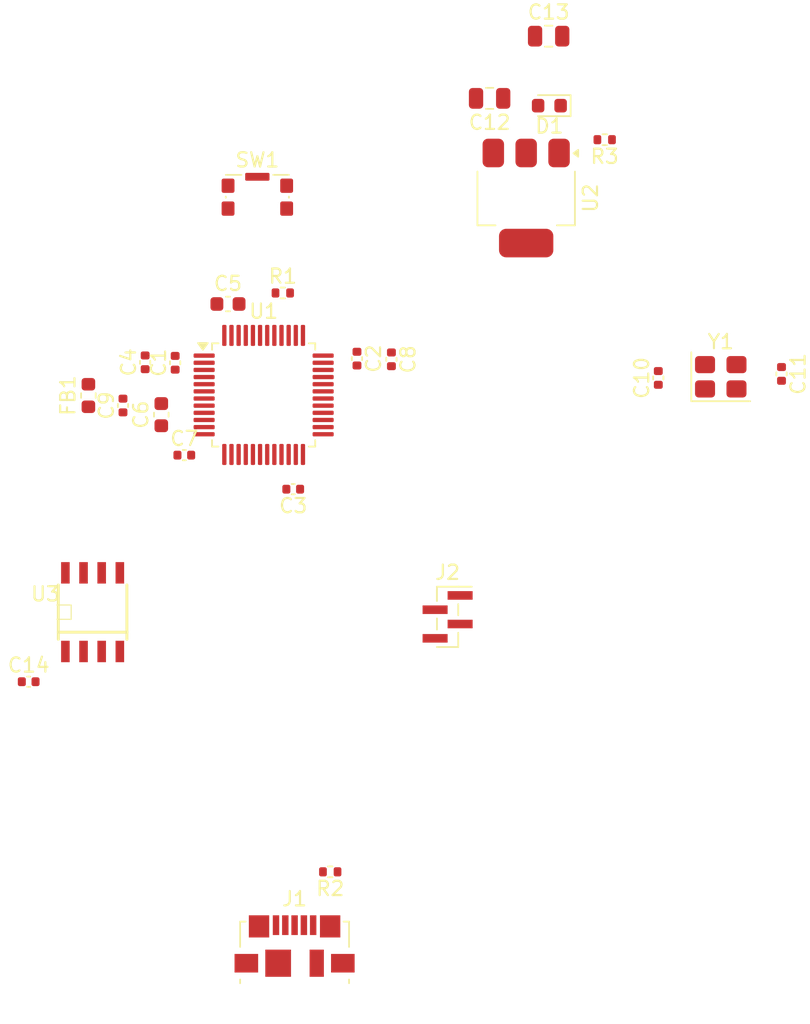
<source format=kicad_pcb>
(kicad_pcb (version 20241229) (generator "pcbnew") (generator_version "9.0")
  (layers (0 "F.Cu" signal) (2 "B.Cu" signal) (13 "F.Paste" user) (15 "B.Paste" user) (5 "F.SilkS" user "F.Silkscreen") (7 "B.SilkS" user "B.Silkscreen") (1 "F.Mask" user) (3 "B.Mask" user) (25 "Edge.Cuts" user))
  (net 0 "")
  (net 1 "GND")
  (net 2 "+3V3")
  (net 3 "+3.3VA")
  (net 4 "/NRST")
  (net 5 "/HSE_IN")
  (net 6 "/HSE_OUT")
  (net 7 "VBUS")
  (net 8 "/PWR_LED")
  (net 13 "/USB_D+")
  (net 17 "/USB_D-")
  (net 18 "/SWCLK")
  (net 19 "/SWDIO")
  (net 20 "/BOOT")
  (net 21 "Net-(SW1-B)")
  (net 22 "/PGO_CTRL")
  (net 25 "/SDA")
  (net 27 "/S_OUT")
  (net 32 "/SCL")
  (net 52 "/DIR_CTRL")
  (footprint "Capacitor_SMD:C_0805_2012Metric" (layer "F.Cu") (at 134.84 59.87 180)
    (property "Reference" "C12" (at 0 -1.68 0) (layer "F.SilkS"))
    (property "Value" "22u")
    (fp_line (start -0.261252 0.735) (end 0.261252 0.735) (stroke (width 0.12)) (layer "F.SilkS"))
    (fp_line (start -0.261252 -0.735) (end 0.261252 -0.735) (stroke (width 0.12)) (layer "F.SilkS"))
    (pad "1" smd roundrect (at -0.95 0 180) (size 1 1.45) (layers "F.Cu" "F.Mask" "F.Paste") (net 7 "VBUS"))
    (pad "2" smd roundrect (at 0.95 0 180) (size 1 1.45) (layers "F.Cu" "F.Mask" "F.Paste") (net 1 "GND"))
  )
  (footprint "Crystal:Crystal_SMD_3225-4Pin_3.2x2.5mm" (layer "F.Cu") (at 151.01 79.34)
    (property "Reference" "Y1" (at 0 -2.45 0) (layer "F.SilkS"))
    (property "Value" "Crystal_GND24")
    (fp_line (start -2.06 -1.71) (end -2.06 1.71) (stroke (width 0.12)) (layer "F.SilkS"))
    (fp_line (start -2.06 1.71) (end 2.06 1.71) (stroke (width 0.12)) (layer "F.SilkS"))
    (pad "1" smd roundrect (at -1.1 0.85) (size 1.4 1.2) (layers "F.Cu" "F.Mask" "F.Paste") (roundrect_rratio 0.208333) (net 5 "/HSE_IN"))
    (pad "2" smd roundrect (at 1.1 0.85) (size 1.4 1.2) (layers "F.Cu" "F.Mask" "F.Paste") (roundrect_rratio 0.208333) (net 1 "GND"))
    (pad "3" smd roundrect (at 1.1 -0.85) (size 1.4 1.2) (layers "F.Cu" "F.Mask" "F.Paste") (roundrect_rratio 0.208333) (net 6 "/HSE_OUT"))
    (pad "4" smd roundrect (at -1.1 -0.85) (size 1.4 1.2) (layers "F.Cu" "F.Mask" "F.Paste") (roundrect_rratio 0.208333) (net 1 "GND"))
  )
  (footprint "Resistor_SMD:R_0402_1005Metric" (layer "F.Cu") (at 142.89 62.76 180)
    (property "Reference" "R3" (at 0 -1.17 0) (layer "F.SilkS"))
    (property "Value" "1k5")
    (fp_line (start -0.153641 0.38) (end 0.153641 0.38) (stroke (width 0.12)) (layer "F.SilkS"))
    (fp_line (start -0.153641 -0.38) (end 0.153641 -0.38) (stroke (width 0.12)) (layer "F.SilkS"))
    (pad "1" smd roundrect (at -0.51 0 180) (size 0.54 0.64) (layers "F.Cu" "F.Mask" "F.Paste") (net 8 "/PWR_LED"))
    (pad "2" smd roundrect (at 0.51 0 180) (size 0.54 0.64) (layers "F.Cu" "F.Mask" "F.Paste") (net 1 "GND"))
  )
  (footprint "Capacitor_SMD:C_0402_1005Metric" (layer "F.Cu") (at 121.1 87.2 180)
    (property "Reference" "C3" (at 0 -1.16 0) (layer "F.SilkS"))
    (property "Value" "100n")
    (fp_line (start -0.107836 0.36) (end 0.107836 0.36) (stroke (width 0.12)) (layer "F.SilkS"))
    (fp_line (start -0.107836 -0.36) (end 0.107836 -0.36) (stroke (width 0.12)) (layer "F.SilkS"))
    (pad "1" smd roundrect (at -0.48 0 180) (size 0.56 0.62) (layers "F.Cu" "F.Mask" "F.Paste") (net 2 "+3V3"))
    (pad "2" smd roundrect (at 0.48 0 180) (size 0.56 0.62) (layers "F.Cu" "F.Mask" "F.Paste") (net 1 "GND"))
  )
  (footprint "Capacitor_SMD:C_0402_1005Metric" (layer "F.Cu") (at 112.84 78.36 90)
    (property "Reference" "C1" (at 0 -1.16 90) (layer "F.SilkS"))
    (property "Value" "100n")
    (fp_line (start -0.107836 -0.36) (end 0.107836 -0.36) (stroke (width 0.12)) (layer "F.SilkS"))
    (fp_line (start -0.107836 0.36) (end 0.107836 0.36) (stroke (width 0.12)) (layer "F.SilkS"))
    (pad "1" smd roundrect (at -0.48 0 90) (size 0.56 0.62) (layers "F.Cu" "F.Mask" "F.Paste") (net 2 "+3V3"))
    (pad "2" smd roundrect (at 0.48 0 90) (size 0.56 0.62) (layers "F.Cu" "F.Mask" "F.Paste") (net 1 "GND"))
  )
  (footprint "Capacitor_SMD:C_0402_1005Metric" (layer "F.Cu") (at 109.19 81.35 90)
    (property "Reference" "C9" (at 0 -1.16 90) (layer "F.SilkS"))
    (property "Value" "100n")
    (fp_line (start -0.107836 -0.36) (end 0.107836 -0.36) (stroke (width 0.12)) (layer "F.SilkS"))
    (fp_line (start -0.107836 0.36) (end 0.107836 0.36) (stroke (width 0.12)) (layer "F.SilkS"))
    (pad "1" smd roundrect (at -0.48 0 90) (size 0.56 0.62) (layers "F.Cu" "F.Mask" "F.Paste") (net 4 "/NRST"))
    (pad "2" smd roundrect (at 0.48 0 90) (size 0.56 0.62) (layers "F.Cu" "F.Mask" "F.Paste") (net 1 "GND"))
  )
  (footprint "Resistor_SMD:R_0402_1005Metric" (layer "F.Cu") (at 123.69 113.96 180)
    (property "Reference" "R2" (at 0 -1.17 0) (layer "F.SilkS"))
    (property "Value" "1k5")
    (fp_line (start -0.153641 0.38) (end 0.153641 0.38) (stroke (width 0.12)) (layer "F.SilkS"))
    (fp_line (start -0.153641 -0.38) (end 0.153641 -0.38) (stroke (width 0.12)) (layer "F.SilkS"))
    (pad "1" smd roundrect (at -0.51 0 180) (size 0.54 0.64) (layers "F.Cu" "F.Mask" "F.Paste") (net 2 "+3V3"))
    (pad "2" smd roundrect (at 0.51 0 180) (size 0.54 0.64) (layers "F.Cu" "F.Mask" "F.Paste") (net 13 "/USB_D+"))
  )
  (footprint "Capacitor_SMD:C_0603_1608Metric" (layer "F.Cu") (at 116.535 74.25)
    (property "Reference" "C5" (at 0 -1.43 0) (layer "F.SilkS"))
    (property "Value" "10u")
    (fp_line (start -0.14058 -0.51) (end 0.14058 -0.51) (stroke (width 0.12)) (layer "F.SilkS"))
    (fp_line (start -0.14058 0.51) (end 0.14058 0.51) (stroke (width 0.12)) (layer "F.SilkS"))
    (pad "1" smd roundrect (at -0.775 0) (size 0.9 0.95) (layers "F.Cu" "F.Mask" "F.Paste") (net 2 "+3V3"))
    (pad "2" smd roundrect (at 0.775 0) (size 0.9 0.95) (layers "F.Cu" "F.Mask" "F.Paste") (net 1 "GND"))
  )
  (footprint "Capacitor_SMD:C_0402_1005Metric" (layer "F.Cu") (at 127.97 78.12 -90)
    (property "Reference" "C8" (at 0 -1.16 90) (layer "F.SilkS"))
    (property "Value" "1u")
    (fp_line (start -0.107836 0.36) (end 0.107836 0.36) (stroke (width 0.12)) (layer "F.SilkS"))
    (fp_line (start -0.107836 -0.36) (end 0.107836 -0.36) (stroke (width 0.12)) (layer "F.SilkS"))
    (pad "1" smd roundrect (at -0.48 0 270) (size 0.56 0.62) (layers "F.Cu" "F.Mask" "F.Paste") (net 2 "+3V3"))
    (pad "2" smd roundrect (at 0.48 0 270) (size 0.56 0.62) (layers "F.Cu" "F.Mask" "F.Paste") (net 1 "GND"))
  )
  (footprint "Capacitor_SMD:C_0402_1005Metric" (layer "F.Cu") (at 146.64 79.42 90)
    (property "Reference" "C10" (at 0 -1.16 90) (layer "F.SilkS"))
    (property "Value" "10p")
    (fp_line (start -0.107836 -0.36) (end 0.107836 -0.36) (stroke (width 0.12)) (layer "F.SilkS"))
    (fp_line (start -0.107836 0.36) (end 0.107836 0.36) (stroke (width 0.12)) (layer "F.SilkS"))
    (pad "1" smd roundrect (at -0.48 0 90) (size 0.56 0.62) (layers "F.Cu" "F.Mask" "F.Paste") (net 5 "/HSE_IN"))
    (pad "2" smd roundrect (at 0.48 0 90) (size 0.56 0.62) (layers "F.Cu" "F.Mask" "F.Paste") (net 1 "GND"))
  )
  (footprint "Package_TO_SOT_SMD:SOT-223-3_TabPin2" (layer "F.Cu") (at 137.3975 66.84 -90)
    (property "Reference" "U2" (at 0 -4.5 90) (layer "F.SilkS"))
    (property "Value" "AMS1117-3.3")
    (fp_line (start -1.85 3.41) (end 1.91 3.41) (stroke (width 0.12)) (layer "F.SilkS"))
    (fp_line (start 1.91 3.41) (end 1.91 2.15) (stroke (width 0.12)) (layer "F.SilkS"))
    (fp_line (start -1.85 -3.41) (end 1.91 -3.41) (stroke (width 0.12)) (layer "F.SilkS"))
    (fp_line (start 1.91 -3.41) (end 1.91 -2.15) (stroke (width 0.12)) (layer "F.SilkS"))
    (fp_poly (pts (xy -3.13 -3.31) (xy -3.37 -3.64) (xy -2.89 -3.64) (xy -3.13 -3.31)) (stroke (width 0.12)) (fill yes) (layer "F.SilkS"))
    (pad "1" smd roundrect (at -3.15 -2.3 270) (size 2 1.5) (layers "F.Cu" "F.Mask" "F.Paste") (net 1 "GND"))
    (pad "2" smd roundrect (at -3.15 0 270) (size 2 1.5) (layers "F.Cu" "F.Mask" "F.Paste") (net 2 "+3V3"))
    (pad "2" smd roundrect (at 3.15 0 270) (size 2 3.8) (layers "F.Cu" "F.Mask" "F.Paste") (net 2 "+3V3"))
    (pad "3" smd roundrect (at -3.15 2.3 270) (size 2 1.5) (layers "F.Cu" "F.Mask" "F.Paste") (net 7 "VBUS"))
  )
  (footprint "Capacitor_SMD:C_0402_1005Metric" (layer "F.Cu") (at 155.26 79.14 -90)
    (property "Reference" "C11" (at 0 -1.16 90) (layer "F.SilkS"))
    (property "Value" "10p")
    (fp_line (start -0.107836 0.36) (end 0.107836 0.36) (stroke (width 0.12)) (layer "F.SilkS"))
    (fp_line (start -0.107836 -0.36) (end 0.107836 -0.36) (stroke (width 0.12)) (layer "F.SilkS"))
    (pad "1" smd roundrect (at -0.48 0 270) (size 0.56 0.62) (layers "F.Cu" "F.Mask" "F.Paste") (net 6 "/HSE_OUT"))
    (pad "2" smd roundrect (at 0.48 0 270) (size 0.56 0.62) (layers "F.Cu" "F.Mask" "F.Paste") (net 1 "GND"))
  )
  (footprint "Inductor_SMD:L_0603_1608Metric" (layer "F.Cu") (at 106.77 80.65 90)
    (property "Reference" "FB1" (at 0 -1.43 90) (layer "F.SilkS"))
    (property "Value" "FerriteBead")
    (fp_line (start -0.162779 -0.51) (end 0.162779 -0.51) (stroke (width 0.12)) (layer "F.SilkS"))
    (fp_line (start -0.162779 0.51) (end 0.162779 0.51) (stroke (width 0.12)) (layer "F.SilkS"))
    (pad "1" smd roundrect (at -0.7875 0 90) (size 0.875 0.95) (layers "F.Cu" "F.Mask" "F.Paste") (net 3 "+3.3VA"))
    (pad "2" smd roundrect (at 0.7875 0 90) (size 0.875 0.95) (layers "F.Cu" "F.Mask" "F.Paste") (net 2 "+3V3"))
  )
  (footprint "Capacitor_SMD:C_0402_1005Metric" (layer "F.Cu") (at 113.48 84.82)
    (property "Reference" "C7" (at 0 -1.16 0) (layer "F.SilkS"))
    (property "Value" "1u")
    (fp_line (start -0.107836 -0.36) (end 0.107836 -0.36) (stroke (width 0.12)) (layer "F.SilkS"))
    (fp_line (start -0.107836 0.36) (end 0.107836 0.36) (stroke (width 0.12)) (layer "F.SilkS"))
    (pad "1" smd roundrect (at -0.48 0) (size 0.56 0.62) (layers "F.Cu" "F.Mask" "F.Paste") (net 3 "+3.3VA"))
    (pad "2" smd roundrect (at 0.48 0) (size 0.56 0.62) (layers "F.Cu" "F.Mask" "F.Paste") (net 1 "GND"))
  )
  (footprint "Button_Switch_SMD:SW_SPST_CK_KMS2xxGP" (layer "F.Cu") (at 118.59 66.78)
    (property "Reference" "SW1" (at 0 -2.6 0) (layer "F.SilkS"))
    (property "Value" "SW_SPDT")
    (fp_line (start -2.21 -1.56) (end -1.11 -1.56) (stroke (width 0.12)) (layer "F.SilkS"))
    (fp_line (start -2.21 -0.04) (end -2.21 0.04) (stroke (width 0.12)) (layer "F.SilkS"))
    (fp_line (start 1.11 -1.56) (end 2.21 -1.56) (stroke (width 0.12)) (layer "F.SilkS"))
    (fp_line (start 2.21 -0.04) (end 2.21 0.04) (stroke (width 0.12)) (layer "F.SilkS"))
    (pad "" np_thru_hole circle (at -0.975 0.75) (size 0.9 0.9) (drill 0.9) (layers "*.Cu" "*.Mask"))
    (pad "" np_thru_hole circle (at 0.975 0.75) (size 0.9 0.9) (drill 0.9) (layers "*.Cu" "*.Mask"))
    (pad "1" smd roundrect (at -2.05 -0.8) (size 0.9 1) (layers "F.Cu" "F.Mask" "F.Paste") (roundrect_rratio 0.15) (net 1 "GND"))
    (pad "1" smd roundrect (at 2.05 -0.8) (size 0.9 1) (layers "F.Cu" "F.Mask" "F.Paste") (roundrect_rratio 0.15) (net 1 "GND"))
    (pad "2" smd roundrect (at -2.05 0.8) (size 0.9 1) (layers "F.Cu" "F.Mask" "F.Paste") (roundrect_rratio 0.15) (net 21 "Net-(SW1-B)"))
    (pad "2" smd roundrect (at 2.05 0.8) (size 0.9 1) (layers "F.Cu" "F.Mask" "F.Paste") (roundrect_rratio 0.15) (net 21 "Net-(SW1-B)"))
    (pad "SH" smd roundrect (at 0 -1.425) (size 1.7 0.55) (layers "F.Cu" "F.Mask" "F.Paste") (roundrect_rratio 0.15))
  )
  (footprint "Resistor_SMD:R_0402_1005Metric" (layer "F.Cu") (at 120.37 73.48)
    (property "Reference" "R1" (at 0 -1.17 0) (layer "F.SilkS"))
    (property "Value" "10k")
    (fp_line (start -0.153641 -0.38) (end 0.153641 -0.38) (stroke (width 0.12)) (layer "F.SilkS"))
    (fp_line (start -0.153641 0.38) (end 0.153641 0.38) (stroke (width 0.12)) (layer "F.SilkS"))
    (pad "1" smd roundrect (at -0.51 0) (size 0.54 0.64) (layers "F.Cu" "F.Mask" "F.Paste") (net 21 "Net-(SW1-B)"))
    (pad "2" smd roundrect (at 0.51 0) (size 0.54 0.64) (layers "F.Cu" "F.Mask" "F.Paste") (net 20 "/BOOT"))
  )
  (footprint "Connector_PinHeader_1.00mm:PinHeader_1x04_P1.00mm_Vertical_SMD_Pin1Right" (layer "F.Cu") (at 131.9 96.13)
    (property "Reference" "J2" (at 0 -3.11 0) (layer "F.SilkS"))
    (property "Value" "Conn_01x04_Pin")
    (fp_line (start -0.745 -2.11) (end -0.745 -1.11) (stroke (width 0.12)) (layer "F.SilkS"))
    (fp_line (start -0.745 -2.11) (end 0.745 -2.11) (stroke (width 0.12)) (layer "F.SilkS"))
    (fp_line (start -0.745 -1.89) (end -0.745 -1.11) (stroke (width 0.12)) (layer "F.SilkS"))
    (fp_line (start -0.745 0.11) (end -0.745 0.89) (stroke (width 0.12)) (layer "F.SilkS"))
    (fp_line (start -0.745 2.11) (end -0.745 2.11) (stroke (width 0.12)) (layer "F.SilkS"))
    (fp_line (start -0.745 2.11) (end 0.745 2.11) (stroke (width 0.12)) (layer "F.SilkS"))
    (fp_line (start 0.745 -2.11) (end 0.745 -2.11) (stroke (width 0.12)) (layer "F.SilkS"))
    (fp_line (start 0.745 -2.11) (end 1.69 -2.11) (stroke (width 0.12)) (layer "F.SilkS"))
    (fp_line (start 0.745 -0.89) (end 0.745 -0.11) (stroke (width 0.12)) (layer "F.SilkS"))
    (fp_line (start 0.745 1.11) (end 0.745 2.11) (stroke (width 0.12)) (layer "F.SilkS"))
    (pad "1" smd rect (at 0.875 -1.5) (size 1.75 0.6) (layers "F.Cu" "F.Mask" "F.Paste") (net 1 "GND"))
    (pad "2" smd rect (at -0.875 -0.5) (size 1.75 0.6) (layers "F.Cu" "F.Mask" "F.Paste") (net 18 "/SWCLK"))
    (pad "3" smd rect (at 0.875 0.5) (size 1.75 0.6) (layers "F.Cu" "F.Mask" "F.Paste") (net 19 "/SWDIO"))
    (pad "4" smd rect (at -0.875 1.5) (size 1.75 0.6) (layers "F.Cu" "F.Mask" "F.Paste") (net 2 "+3V3"))
  )
  (footprint "Capacitor_SMD:C_0402_1005Metric" (layer "F.Cu") (at 110.74 78.33 90)
    (property "Reference" "C4" (at 0 -1.16 90) (layer "F.SilkS"))
    (property "Value" "100n")
    (fp_line (start -0.107836 -0.36) (end 0.107836 -0.36) (stroke (width 0.12)) (layer "F.SilkS"))
    (fp_line (start -0.107836 0.36) (end 0.107836 0.36) (stroke (width 0.12)) (layer "F.SilkS"))
    (pad "1" smd roundrect (at -0.48 0 90) (size 0.56 0.62) (layers "F.Cu" "F.Mask" "F.Paste") (net 2 "+3V3"))
    (pad "2" smd roundrect (at 0.48 0 90) (size 0.56 0.62) (layers "F.Cu" "F.Mask" "F.Paste") (net 1 "GND"))
  )
  (footprint "Package_QFP:LQFP-48_7x7mm_P0.5mm" (layer "F.Cu") (at 119.03 80.61)
    (property "Reference" "U1" (at 0 -5.85 0) (layer "F.SilkS"))
    (property "Value" "STM32F103C8Tx")
    (fp_line (start -3.61 -3.61) (end -3.16 -3.61) (stroke (width 0.12)) (layer "F.SilkS"))
    (fp_line (start -3.61 -3.16) (end -3.61 -3.61) (stroke (width 0.12)) (layer "F.SilkS"))
    (fp_line (start -3.61 3.61) (end -3.61 3.16) (stroke (width 0.12)) (layer "F.SilkS"))
    (fp_line (start -3.16 3.61) (end -3.61 3.61) (stroke (width 0.12)) (layer "F.SilkS"))
    (fp_line (start 3.16 -3.61) (end 3.61 -3.61) (stroke (width 0.12)) (layer "F.SilkS"))
    (fp_line (start 3.61 -3.61) (end 3.61 -3.16) (stroke (width 0.12)) (layer "F.SilkS"))
    (fp_line (start 3.61 3.16) (end 3.61 3.61) (stroke (width 0.12)) (layer "F.SilkS"))
    (fp_line (start 3.61 3.61) (end 3.16 3.61) (stroke (width 0.12)) (layer "F.SilkS"))
    (fp_poly (pts (xy -4.25 -3.16) (xy -4.59 -3.63) (xy -3.91 -3.63)) (stroke (width 0.12)) (fill yes) (layer "F.SilkS"))
    (pad "1" smd roundrect (at -4.1625 -2.75) (size 1.475 0.3) (layers "F.Cu" "F.Mask" "F.Paste") (net 2 "+3V3"))
    (pad "2" smd roundrect (at -4.1625 -2.25) (size 1.475 0.3) (layers "F.Cu" "F.Mask" "F.Paste"))
    (pad "3" smd roundrect (at -4.1625 -1.75) (size 1.475 0.3) (layers "F.Cu" "F.Mask" "F.Paste"))
    (pad "4" smd roundrect (at -4.1625 -1.25) (size 1.475 0.3) (layers "F.Cu" "F.Mask" "F.Paste"))
    (pad "5" smd roundrect (at -4.1625 -0.75) (size 1.475 0.3) (layers "F.Cu" "F.Mask" "F.Paste") (net 5 "/HSE_IN"))
    (pad "6" smd roundrect (at -4.1625 -0.25) (size 1.475 0.3) (layers "F.Cu" "F.Mask" "F.Paste") (net 6 "/HSE_OUT"))
    (pad "7" smd roundrect (at -4.1625 0.25) (size 1.475 0.3) (layers "F.Cu" "F.Mask" "F.Paste") (net 4 "/NRST"))
    (pad "8" smd roundrect (at -4.1625 0.75) (size 1.475 0.3) (layers "F.Cu" "F.Mask" "F.Paste") (net 1 "GND"))
    (pad "9" smd roundrect (at -4.1625 1.25) (size 1.475 0.3) (layers "F.Cu" "F.Mask" "F.Paste") (net 3 "+3.3VA"))
    (pad "10" smd roundrect (at -4.1625 1.75) (size 1.475 0.3) (layers "F.Cu" "F.Mask" "F.Paste"))
    (pad "11" smd roundrect (at -4.1625 2.25) (size 1.475 0.3) (layers "F.Cu" "F.Mask" "F.Paste"))
    (pad "12" smd roundrect (at -4.1625 2.75) (size 1.475 0.3) (layers "F.Cu" "F.Mask" "F.Paste") (net 27 "/S_OUT"))
    (pad "13" smd roundrect (at -2.75 4.1625) (size 0.3 1.475) (layers "F.Cu" "F.Mask" "F.Paste") (net 52 "/DIR_CTRL"))
    (pad "14" smd roundrect (at -2.25 4.1625) (size 0.3 1.475) (layers "F.Cu" "F.Mask" "F.Paste") (net 22 "/PGO_CTRL"))
    (pad "15" smd roundrect (at -1.75 4.1625) (size 0.3 1.475) (layers "F.Cu" "F.Mask" "F.Paste"))
    (pad "16" smd roundrect (at -1.25 4.1625) (size 0.3 1.475) (layers "F.Cu" "F.Mask" "F.Paste"))
    (pad "17" smd roundrect (at -0.75 4.1625) (size 0.3 1.475) (layers "F.Cu" "F.Mask" "F.Paste"))
    (pad "18" smd roundrect (at -0.25 4.1625) (size 0.3 1.475) (layers "F.Cu" "F.Mask" "F.Paste"))
    (pad "19" smd roundrect (at 0.25 4.1625) (size 0.3 1.475) (layers "F.Cu" "F.Mask" "F.Paste"))
    (pad "20" smd roundrect (at 0.75 4.1625) (size 0.3 1.475) (layers "F.Cu" "F.Mask" "F.Paste"))
    (pad "21" smd roundrect (at 1.25 4.1625) (size 0.3 1.475) (layers "F.Cu" "F.Mask" "F.Paste") (net 25 "/SDA"))
    (pad "22" smd roundrect (at 1.75 4.1625) (size 0.3 1.475) (layers "F.Cu" "F.Mask" "F.Paste") (net 32 "/SCL"))
    (pad "23" smd roundrect (at 2.25 4.1625) (size 0.3 1.475) (layers "F.Cu" "F.Mask" "F.Paste") (net 1 "GND"))
    (pad "24" smd roundrect (at 2.75 4.1625) (size 0.3 1.475) (layers "F.Cu" "F.Mask" "F.Paste") (net 2 "+3V3"))
    (pad "25" smd roundrect (at 4.1625 2.75) (size 1.475 0.3) (layers "F.Cu" "F.Mask" "F.Paste"))
    (pad "26" smd roundrect (at 4.1625 2.25) (size 1.475 0.3) (layers "F.Cu" "F.Mask" "F.Paste"))
    (pad "27" smd roundrect (at 4.1625 1.75) (size 1.475 0.3) (layers "F.Cu" "F.Mask" "F.Paste"))
    (pad "28" smd roundrect (at 4.1625 1.25) (size 1.475 0.3) (layers "F.Cu" "F.Mask" "F.Paste"))
    (pad "29" smd roundrect (at 4.1625 0.75) (size 1.475 0.3) (layers "F.Cu" "F.Mask" "F.Paste"))
    (pad "30" smd roundrect (at 4.1625 0.25) (size 1.475 0.3) (layers "F.Cu" "F.Mask" "F.Paste"))
    (pad "31" smd roundrect (at 4.1625 -0.25) (size 1.475 0.3) (layers "F.Cu" "F.Mask" "F.Paste"))
    (pad "32" smd roundrect (at 4.1625 -0.75) (size 1.475 0.3) (layers "F.Cu" "F.Mask" "F.Paste") (net 17 "/USB_D-"))
    (pad "33" smd roundrect (at 4.1625 -1.25) (size 1.475 0.3) (layers "F.Cu" "F.Mask" "F.Paste") (net 13 "/USB_D+"))
    (pad "34" smd roundrect (at 4.1625 -1.75) (size 1.475 0.3) (layers "F.Cu" "F.Mask" "F.Paste") (net 19 "/SWDIO"))
    (pad "35" smd roundrect (at 4.1625 -2.25) (size 1.475 0.3) (layers "F.Cu" "F.Mask" "F.Paste") (net 1 "GND"))
    (pad "36" smd roundrect (at 4.1625 -2.75) (size 1.475 0.3) (layers "F.Cu" "F.Mask" "F.Paste") (net 2 "+3V3"))
    (pad "37" smd roundrect (at 2.75 -4.1625) (size 0.3 1.475) (layers "F.Cu" "F.Mask" "F.Paste") (net 18 "/SWCLK"))
    (pad "38" smd roundrect (at 2.25 -4.1625) (size 0.3 1.475) (layers "F.Cu" "F.Mask" "F.Paste"))
    (pad "39" smd roundrect (at 1.75 -4.1625) (size 0.3 1.475) (layers "F.Cu" "F.Mask" "F.Paste"))
    (pad "40" smd roundrect (at 1.25 -4.1625) (size 0.3 1.475) (layers "F.Cu" "F.Mask" "F.Paste"))
    (pad "41" smd roundrect (at 0.75 -4.1625) (size 0.3 1.475) (layers "F.Cu" "F.Mask" "F.Paste"))
    (pad "42" smd roundrect (at 0.25 -4.1625) (size 0.3 1.475) (layers "F.Cu" "F.Mask" "F.Paste"))
    (pad "43" smd roundrect (at -0.25 -4.1625) (size 0.3 1.475) (layers "F.Cu" "F.Mask" "F.Paste"))
    (pad "44" smd roundrect (at -0.75 -4.1625) (size 0.3 1.475) (layers "F.Cu" "F.Mask" "F.Paste") (net 20 "/BOOT"))
    (pad "45" smd roundrect (at -1.25 -4.1625) (size 0.3 1.475) (layers "F.Cu" "F.Mask" "F.Paste"))
    (pad "46" smd roundrect (at -1.75 -4.1625) (size 0.3 1.475) (layers "F.Cu" "F.Mask" "F.Paste"))
    (pad "47" smd roundrect (at -2.25 -4.1625) (size 0.3 1.475) (layers "F.Cu" "F.Mask" "F.Paste") (net 1 "GND"))
    (pad "48" smd roundrect (at -2.75 -4.1625) (size 0.3 1.475) (layers "F.Cu" "F.Mask" "F.Paste") (net 2 "+3V3"))
  )
  (footprint "Capacitor_SMD:C_0402_1005Metric" (layer "F.Cu") (at 125.56 78.07 -90)
    (property "Reference" "C2" (at 0 -1.16 90) (layer "F.SilkS"))
    (property "Value" "100n")
    (fp_line (start -0.107836 0.36) (end 0.107836 0.36) (stroke (width 0.12)) (layer "F.SilkS"))
    (fp_line (start -0.107836 -0.36) (end 0.107836 -0.36) (stroke (width 0.12)) (layer "F.SilkS"))
    (pad "1" smd roundrect (at -0.48 0 270) (size 0.56 0.62) (layers "F.Cu" "F.Mask" "F.Paste") (net 2 "+3V3"))
    (pad "2" smd roundrect (at 0.48 0 270) (size 0.56 0.62) (layers "F.Cu" "F.Mask" "F.Paste") (net 1 "GND"))
  )
  (footprint "Capacitor_SMD:C_0402_1005Metric" (layer "F.Cu") (at 102.5919 100.665)
    (property "Reference" "C14" (at 0 -1.16 0) (layer "F.SilkS"))
    (property "Value" "100n")
    (fp_line (start -0.107836 -0.36) (end 0.107836 -0.36) (stroke (width 0.12)) (layer "F.SilkS"))
    (fp_line (start -0.107836 0.36) (end 0.107836 0.36) (stroke (width 0.12)) (layer "F.SilkS"))
    (pad "1" smd roundrect (at -0.48 0) (size 0.56 0.62) (layers "F.Cu" "F.Mask" "F.Paste") (net 2 "+3V3"))
    (pad "2" smd roundrect (at 0.48 0) (size 0.56 0.62) (layers "F.Cu" "F.Mask" "F.Paste") (net 1 "GND"))
  )
  (footprint "Capacitor_SMD:C_0603_1608Metric" (layer "F.Cu") (at 111.87 81.99 90)
    (property "Reference" "C6" (at 0 -1.43 90) (layer "F.SilkS"))
    (property "Value" "10u")
    (fp_line (start -0.14058 -0.51) (end 0.14058 -0.51) (stroke (width 0.12)) (layer "F.SilkS"))
    (fp_line (start -0.14058 0.51) (end 0.14058 0.51) (stroke (width 0.12)) (layer "F.SilkS"))
    (pad "1" smd roundrect (at -0.775 0 90) (size 0.9 0.95) (layers "F.Cu" "F.Mask" "F.Paste") (net 3 "+3.3VA"))
    (pad "2" smd roundrect (at 0.775 0 90) (size 0.9 0.95) (layers "F.Cu" "F.Mask" "F.Paste") (net 1 "GND"))
  )
  (footprint "AS5600:SOIC8" (layer "F.Cu") (at 107.065 95.8)
    (property "Reference" "U3" (at -3.302 -1.27 180) (layer "F.SilkS"))
    (property "Value" "AS5600")
    (fp_line (start -2.5 0.5) (end -1.5 0.5) (stroke (width 0.0762)) (layer "F.SilkS"))
    (fp_line (start -2.4 1.4) (end -2.4 -1.9) (stroke (width 0.2032)) (layer "F.SilkS"))
    (fp_line (start -2.4 1.9) (end -2.4 1.4) (stroke (width 0.2032)) (layer "F.SilkS"))
    (fp_line (start -1.5 -0.5) (end -2.5 -0.5) (stroke (width 0.0762)) (layer "F.SilkS"))
    (fp_line (start -1.5 0.5) (end -1.5 -0.5) (stroke (width 0.0762)) (layer "F.SilkS"))
    (fp_line (start 2.4 -1.9) (end 2.4 1.4) (stroke (width 0.2032)) (layer "F.SilkS"))
    (fp_line (start 2.4 1.4) (end -2.4 1.4) (stroke (width 0.2032)) (layer "F.SilkS"))
    (fp_line (start 2.4 1.4) (end 2.4 1.9) (stroke (width 0.2032)) (layer "F.SilkS"))
    (pad "1" smd rect (at -1.905 2.75) (size 0.6 1.5) (layers "F.Cu" "F.Mask" "F.Paste") (net 2 "+3V3"))
    (pad "2" smd rect (at -0.635 2.75) (size 0.6 1.5) (layers "F.Cu" "F.Mask" "F.Paste") (net 2 "+3V3"))
    (pad "3" smd rect (at 0.635 2.75) (size 0.6 1.5) (layers "F.Cu" "F.Mask" "F.Paste") (net 27 "/S_OUT"))
    (pad "4" smd rect (at 1.905 2.75) (size 0.6 1.5) (layers "F.Cu" "F.Mask" "F.Paste") (net 1 "GND"))
    (pad "5" smd rect (at 1.905 -2.75) (size 0.6 1.5) (layers "F.Cu" "F.Mask" "F.Paste") (net 22 "/PGO_CTRL"))
    (pad "6" smd rect (at 0.635 -2.75) (size 0.6 1.5) (layers "F.Cu" "F.Mask" "F.Paste") (net 32 "/SCL"))
    (pad "7" smd rect (at -0.635 -2.75) (size 0.6 1.5) (layers "F.Cu" "F.Mask" "F.Paste") (net 25 "/SDA"))
    (pad "8" smd rect (at -1.905 -2.75) (size 0.6 1.5) (layers "F.Cu" "F.Mask" "F.Paste") (net 52 "/DIR_CTRL"))
  )
  (footprint "LED_SMD:LED_0603_1608Metric" (layer "F.Cu") (at 139.02 60.38 180)
    (property "Reference" "D1" (at 0 -1.43 0) (layer "F.SilkS"))
    (property "Value" "LED")
    (fp_line (start 0.8 -0.735) (end -1.485 -0.735) (stroke (width 0.12)) (layer "F.SilkS"))
    (fp_line (start -1.485 0.735) (end 0.8 0.735) (stroke (width 0.12)) (layer "F.SilkS"))
    (fp_line (start -1.485 -0.735) (end -1.485 0.735) (stroke (width 0.12)) (layer "F.SilkS"))
    (pad "1" smd roundrect (at -0.7875 0 180) (size 0.875 0.95) (layers "F.Cu" "F.Mask" "F.Paste") (net 8 "/PWR_LED"))
    (pad "2" smd roundrect (at 0.7875 0 180) (size 0.875 0.95) (layers "F.Cu" "F.Mask" "F.Paste") (net 2 "+3V3"))
  )
  (footprint "Capacitor_SMD:C_0805_2012Metric" (layer "F.Cu") (at 138.97 55.52)
    (property "Reference" "C13" (at 0 -1.68 0) (layer "F.SilkS"))
    (property "Value" "22u")
    (fp_line (start -0.261252 -0.735) (end 0.261252 -0.735) (stroke (width 0.12)) (layer "F.SilkS"))
    (fp_line (start -0.261252 0.735) (end 0.261252 0.735) (stroke (width 0.12)) (layer "F.SilkS"))
    (pad "1" smd roundrect (at -0.95 0) (size 1 1.45) (layers "F.Cu" "F.Mask" "F.Paste") (net 2 "+3V3"))
    (pad "2" smd roundrect (at 0.95 0) (size 1 1.45) (layers "F.Cu" "F.Mask" "F.Paste") (net 1 "GND"))
  )
  (footprint "Connector_USB:USB_Micro-B_Molex_47346-0001" (layer "F.Cu") (at 121.195 119.15)
    (property "Reference" "J1" (at 0 -3.3 180) (layer "F.SilkS"))
    (property "Value" "USB_B_Micro")
    (fp_line (start -3.81 -1.71) (end -3.43 -1.71) (stroke (width 0.12)) (layer "F.SilkS"))
    (fp_line (start -3.81 0.06) (end -3.81 -1.71) (stroke (width 0.12)) (layer "F.SilkS"))
    (fp_line (start -3.81 2.6) (end -3.81 2.34) (stroke (width 0.12)) (layer "F.SilkS"))
    (fp_line (start 3.81 -1.71) (end 3.43 -1.71) (stroke (width 0.12)) (layer "F.SilkS"))
    (fp_line (start 3.81 -1.71) (end 3.81 0.06) (stroke (width 0.12)) (layer "F.SilkS"))
    (fp_line (start 3.81 2.34) (end 3.81 2.6) (stroke (width 0.12)) (layer "F.SilkS"))
    (pad "1" smd rect (at -1.3 -1.46) (size 0.45 1.38) (layers "F.Cu" "F.Mask" "F.Paste") (net 7 "VBUS"))
    (pad "2" smd rect (at -0.65 -1.46) (size 0.45 1.38) (layers "F.Cu" "F.Mask" "F.Paste") (net 17 "/USB_D-"))
    (pad "3" smd rect (at 0 -1.46) (size 0.45 1.38) (layers "F.Cu" "F.Mask" "F.Paste") (net 13 "/USB_D+"))
    (pad "4" smd rect (at 0.65 -1.46) (size 0.45 1.38) (layers "F.Cu" "F.Mask" "F.Paste"))
    (pad "5" smd rect (at 1.3 -1.46) (size 0.45 1.38) (layers "F.Cu" "F.Mask" "F.Paste") (net 1 "GND"))
    (pad "6" smd rect (at -3.375 1.2) (size 1.65 1.3) (layers "F.Cu" "F.Mask" "F.Paste"))
    (pad "6" smd rect (at -2.4875 -1.375) (size 1.425 1.55) (layers "F.Cu" "F.Mask" "F.Paste"))
    (pad "6" smd rect (at -1.15 1.2) (size 1.8 1.9) (layers "F.Cu" "F.Mask" "F.Paste"))
    (pad "6" smd rect (at 1.55 1.2) (size 1 1.9) (layers "F.Cu" "F.Mask" "F.Paste"))
    (pad "6" smd rect (at 2.4875 -1.375) (size 1.425 1.55) (layers "F.Cu" "F.Mask" "F.Paste"))
    (pad "6" smd rect (at 3.375 1.2) (size 1.65 1.3) (layers "F.Cu" "F.Mask" "F.Paste"))
  )
)
</source>
